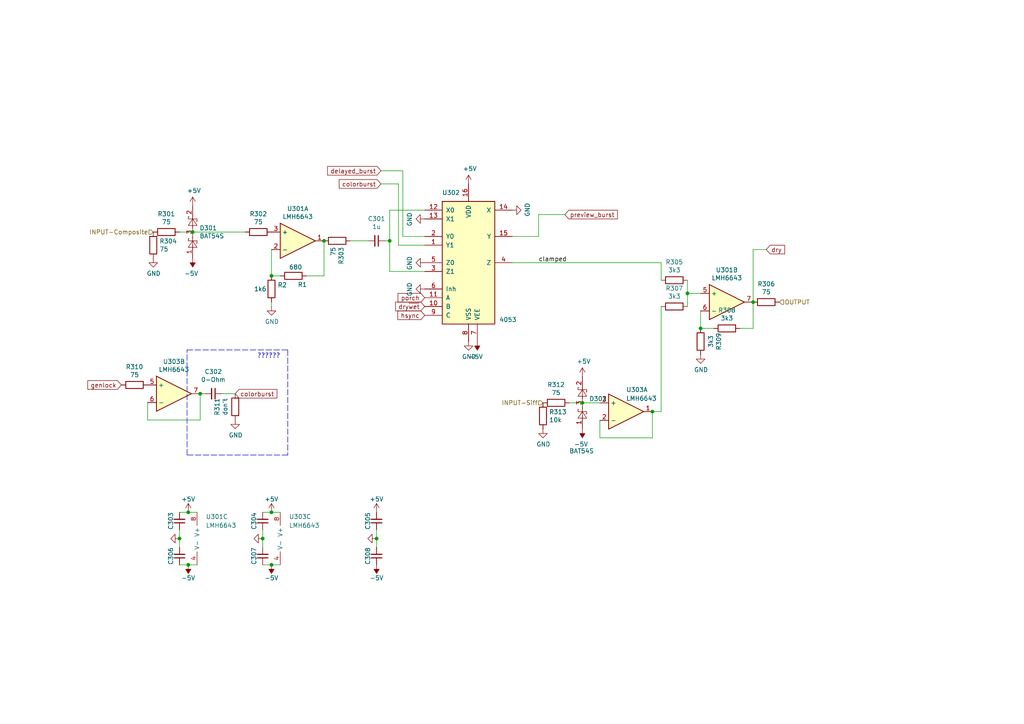
<source format=kicad_sch>
(kicad_sch (version 20211123) (generator eeschema)
  (paper "A4")
  (title_block (title "vMIX20-Input Conditioning") (date "2020-11-23") (company "[ a n y m a ]"))
  (lib_symbols
    (symbol "4xxx:4053" (pin_names (offset 1.016))
      (property "Reference" "U" (at -7.62 19.05 0))
      (property "Value" "4053" (at -7.62 -19.05 0))
      (symbol "4053_1_0"
        (pin passive line (at -12.7 5.08 0) (length 5.08) (name "Y1") (number "1"))
        (pin input line (at -12.7 -12.7 0) (length 5.08) (name "B") (number "10"))
        (pin input line (at -12.7 -10.16 0) (length 5.08) (name "A") (number "11"))
        (pin passive line (at -12.7 15.24 0) (length 5.08) (name "X0") (number "12"))
        (pin passive line (at -12.7 12.7 0) (length 5.08) (name "X1") (number "13"))
        (pin passive line (at 12.7 15.24 180) (length 5.08) (name "X") (number "14"))
        (pin passive line (at 12.7 7.62 180) (length 5.08) (name "Y") (number "15"))
        (pin power_in line (at 0 22.86 270) (length 5.08) (name "VDD") (number "16"))
        (pin passive line (at -12.7 7.62 0) (length 5.08) (name "Y0") (number "2"))
        (pin passive line (at -12.7 -2.54 0) (length 5.08) (name "Z1") (number "3"))
        (pin passive line (at 12.7 0 180) (length 5.08) (name "Z") (number "4"))
        (pin passive line (at -12.7 0 0) (length 5.08) (name "Z0") (number "5"))
        (pin input line (at -12.7 -7.62 0) (length 5.08) (name "Inh") (number "6"))
        (pin power_in line (at 2.54 -22.86 90) (length 5.08) (name "VEE") (number "7"))
        (pin power_in line (at 0 -22.86 90) (length 5.08) (name "VSS") (number "8"))
        (pin input line (at -12.7 -15.24 0) (length 5.08) (name "C") (number "9"))
      )
      (symbol "4053_1_1"
        (rectangle (start -7.62 17.78) (end 7.62 -17.78) (stroke (width 0.254)) (fill (type background)))
      )
    )
    (symbol "synkie_symbols:+5V" (power) (pin_names (offset 0))
      (property "Value" "+5V" (at 0 3.556 0))
      (symbol "+5V_0_1"
        (polyline (pts (xy -0.762 1.27) (xy 0 2.54)))
        (polyline (pts (xy 0 0) (xy 0 2.54)))
        (polyline (pts (xy 0 2.54) (xy 0.762 1.27)))
      )
      (symbol "+5V_1_1"
        (pin power_in line (at 0 0 90) (length 0) hide (name "+5V") (number "1"))
      )
    )
    (symbol "synkie_symbols:-5V" (power) (pin_names (offset 0))
      (property "Value" "-5V" (at 0 3.81 0))
      (symbol "-5V_0_0"
        (pin power_in line (at 0 0 90) (length 0) hide (name "-5V") (number "1"))
      )
      (symbol "-5V_0_1"
        (polyline (pts (xy 0 0) (xy 0 1.27) (xy 0.762 1.27) (xy 0 2.54) (xy -0.762 1.27) (xy 0 1.27)) (fill (type outline)))
      )
    )
    (symbol "synkie_symbols:BAT54S" (pin_names (offset 1.016))
      (property "Reference" "D" (at 0.635 -3.81 0))
      (property "Value" "BAT54S" (at -6.35 3.175 0))
      (symbol "BAT54S_0_1"
        (polyline (pts (xy -3.81 0) (xy -1.27 0)))
        (polyline (pts (xy -3.175 -1.27) (xy -3.175 -1.016)))
        (polyline (pts (xy -2.54 -1.27) (xy -3.175 -1.27)))
        (polyline (pts (xy -2.54 -1.27) (xy -2.54 1.27)))
        (polyline (pts (xy -2.54 1.27) (xy -1.905 1.27)))
        (polyline (pts (xy -1.905 0) (xy 1.905 0)))
        (polyline (pts (xy -1.905 1.27) (xy -1.905 1.016)))
        (polyline (pts (xy 1.27 0) (xy 3.81 0)))
        (polyline (pts (xy 3.175 -1.27) (xy 3.175 -1.016)))
        (polyline (pts (xy 3.81 -1.27) (xy 3.175 -1.27)))
        (polyline (pts (xy 3.81 -1.27) (xy 3.81 1.27)))
        (polyline (pts (xy 3.81 1.27) (xy 4.445 1.27)))
        (polyline (pts (xy 4.445 1.27) (xy 4.445 1.016)))
        (polyline (pts (xy -4.445 1.27) (xy -4.445 -1.27) (xy -2.54 0) (xy -4.445 1.27)))
        (polyline (pts (xy 1.905 1.27) (xy 1.905 -1.27) (xy 3.81 0) (xy 1.905 1.27)))
      )
      (symbol "BAT54S_1_1"
        (pin passive line (at -7.62 0 0) (length 3.81) (name "~") (number "1"))
        (pin passive line (at 7.62 0 180) (length 3.81) (name "~") (number "2"))
        (pin passive line (at 0 0 0) (length 0) (name "~") (number "3"))
      )
    )
    (symbol "synkie_symbols:C_Small" (pin_numbers hide) (pin_names (offset 0.254) hide)
      (property "Reference" "C" (at 0.254 1.778 0))
      (property "Value" "C_Small" (at 0.254 -2.032 0))
      (symbol "C_Small_0_1"
        (polyline (pts (xy -1.524 -0.508) (xy 1.524 -0.508)) (stroke (width 0.3302)))
        (polyline (pts (xy -1.524 0.508) (xy 1.524 0.508)) (stroke (width 0.3048)))
      )
      (symbol "C_Small_1_1"
        (pin passive line (at 0 2.54 270) (length 2.032) (name "~") (number "1"))
        (pin passive line (at 0 -2.54 90) (length 2.032) (name "~") (number "2"))
      )
    )
    (symbol "synkie_symbols:GND" (power) (pin_names (offset 0))
      (property "Value" "GND" (at 0 -3.81 0))
      (symbol "GND_0_1"
        (polyline (pts (xy 0 0) (xy 0 -1.27) (xy 1.27 -1.27) (xy 0 -2.54) (xy -1.27 -1.27) (xy 0 -1.27)))
      )
      (symbol "GND_1_1"
        (pin power_in line (at 0 0 270) (length 0) hide (name "GND") (number "1"))
      )
    )
    (symbol "synkie_symbols:Opamp_Dual_Generic"
      (property "Reference" "U" (at 0 5.08 0))
      (property "Value" "Opamp_Dual_Generic" (at 0 -5.08 0))
      (symbol "Opamp_Dual_Generic_1_1"
        (polyline (pts (xy -5.08 5.08) (xy 5.08 0) (xy -5.08 -5.08) (xy -5.08 5.08)) (stroke (width 0.254)) (fill (type background)))
        (pin output line (at 7.62 0 180) (length 2.54) (name "~") (number "1"))
        (pin input line (at -7.62 -2.54 0) (length 2.54) (name "-") (number "2"))
        (pin input line (at -7.62 2.54 0) (length 2.54) (name "+") (number "3"))
      )
      (symbol "Opamp_Dual_Generic_2_1"
        (polyline (pts (xy -5.08 5.08) (xy 5.08 0) (xy -5.08 -5.08) (xy -5.08 5.08)) (stroke (width 0.254)) (fill (type background)))
        (pin input line (at -7.62 2.54 0) (length 2.54) (name "+") (number "5"))
        (pin input line (at -7.62 -2.54 0) (length 2.54) (name "-") (number "6"))
        (pin output line (at 7.62 0 180) (length 2.54) (name "~") (number "7"))
      )
      (symbol "Opamp_Dual_Generic_3_1"
        (pin power_in line (at -2.54 -7.62 90) (length 3.81) (name "V-") (number "4"))
        (pin power_in line (at -2.54 7.62 270) (length 3.81) (name "V+") (number "8"))
      )
    )
    (symbol "synkie_symbols:R" (pin_numbers hide) (pin_names (offset 0))
      (property "Reference" "R" (at 2.032 0 90))
      (property "Value" "R" (at 0 0 90))
      (symbol "R_0_1"
        (rectangle (start -1.016 -2.54) (end 1.016 2.54) (stroke (width 0.254)))
      )
      (symbol "R_1_1"
        (pin passive line (at 0 3.81 270) (length 1.27) (name "~") (number "1"))
        (pin passive line (at 0 -3.81 90) (length 1.27) (name "~") (number "2"))
      )
    )
  )
  (junction (at 52.07 156.21))
  (junction (at 109.22 156.21))
  (junction (at 54.61 163.83))
  (junction (at 203.2 95.25))
  (junction (at 76.2 156.21))
  (junction (at 54.61 148.59))
  (junction (at 78.74 163.83))
  (junction (at 168.91 116.84))
  (junction (at 218.44 87.63))
  (junction (at 78.74 80.01))
  (junction (at 189.23 119.38))
  (junction (at 113.03 69.85))
  (junction (at 55.88 67.31))
  (junction (at 93.98 69.85))
  (junction (at 58.0644 114.1984))
  (junction (at 78.74 148.59))
  (junction (at 199.39 85.09))
  (wire (pts (xy 148.59 76.2) (xy 191.77 76.2)))
  (wire (pts (xy 116.84 49.53) (xy 110.49 49.53)))
  (wire (pts (xy 109.22 158.75) (xy 109.22 156.21)))
  (wire (pts (xy 76.2 163.83) (xy 78.74 163.83)))
  (wire (pts (xy 156.21 62.23) (xy 163.83 62.23)))
  (polyline (pts (xy 54.2544 131.9784) (xy 54.2544 101.4984)))
  (wire (pts (xy 218.44 95.25) (xy 218.44 87.63)))
  (wire (pts (xy 59.3344 114.1984) (xy 58.0644 114.1984)))
  (wire (pts (xy 123.19 68.58) (xy 116.84 68.58)))
  (wire (pts (xy 156.21 68.58) (xy 156.21 62.23)))
  (wire (pts (xy 78.74 87.63) (xy 78.74 88.9)))
  (wire (pts (xy 218.44 95.25) (xy 214.63 95.25)))
  (wire (pts (xy 115.57 71.12) (xy 123.19 71.12)))
  (wire (pts (xy 64.4144 114.1984) (xy 68.2244 114.1984)))
  (wire (pts (xy 203.2 95.25) (xy 207.01 95.25)))
  (wire (pts (xy 52.07 67.31) (xy 55.88 67.31)))
  (wire (pts (xy 116.84 68.58) (xy 116.84 49.53)))
  (wire (pts (xy 173.99 121.92) (xy 173.99 127)))
  (wire (pts (xy 93.98 69.85) (xy 93.98 80.01)))
  (wire (pts (xy 173.99 127) (xy 189.23 127)))
  (wire (pts (xy 78.74 80.01) (xy 81.28 80.01)))
  (wire (pts (xy 76.2 148.59) (xy 78.74 148.59)))
  (wire (pts (xy 218.44 72.39) (xy 222.25 72.39)))
  (wire (pts (xy 203.2 90.17) (xy 203.2 95.25)))
  (wire (pts (xy 78.74 163.83) (xy 81.28 163.83)))
  (wire (pts (xy 42.8244 121.8184) (xy 58.0644 121.8184)))
  (wire (pts (xy 165.1 116.84) (xy 168.91 116.84)))
  (wire (pts (xy 203.2 85.09) (xy 199.39 85.09)))
  (wire (pts (xy 218.44 87.63) (xy 218.44 72.39)))
  (wire (pts (xy 113.03 69.85) (xy 113.03 78.74)))
  (wire (pts (xy 55.88 67.31) (xy 71.12 67.31)))
  (wire (pts (xy 52.07 156.21) (xy 52.07 153.67)))
  (wire (pts (xy 199.39 85.09) (xy 199.39 81.28)))
  (wire (pts (xy 113.03 69.85) (xy 111.76 69.85)))
  (wire (pts (xy 191.77 76.2) (xy 191.77 81.28)))
  (polyline (pts (xy 83.4644 131.9784) (xy 54.2544 131.9784)))
  (wire (pts (xy 109.22 156.21) (xy 109.22 153.67)))
  (wire (pts (xy 113.03 60.96) (xy 123.19 60.96)))
  (wire (pts (xy 189.23 127) (xy 189.23 119.38)))
  (wire (pts (xy 113.03 78.74) (xy 123.19 78.74)))
  (wire (pts (xy 110.49 53.34) (xy 115.57 53.34)))
  (wire (pts (xy 191.77 88.9) (xy 191.77 119.38)))
  (wire (pts (xy 199.39 88.9) (xy 199.39 85.09)))
  (wire (pts (xy 76.2 158.75) (xy 76.2 156.21)))
  (wire (pts (xy 115.57 53.34) (xy 115.57 71.12)))
  (wire (pts (xy 52.07 148.59) (xy 54.61 148.59)))
  (wire (pts (xy 78.74 148.59) (xy 81.28 148.59)))
  (wire (pts (xy 54.61 148.59) (xy 57.15 148.59)))
  (polyline (pts (xy 54.2544 101.4984) (xy 83.4644 101.4984)))
  (wire (pts (xy 93.98 80.01) (xy 88.9 80.01)))
  (polyline (pts (xy 83.4644 101.4984) (xy 83.4644 131.9784)))
  (wire (pts (xy 54.61 163.83) (xy 57.15 163.83)))
  (wire (pts (xy 101.6 69.85) (xy 106.68 69.85)))
  (wire (pts (xy 76.2 156.21) (xy 76.2 153.67)))
  (wire (pts (xy 52.07 158.75) (xy 52.07 156.21)))
  (wire (pts (xy 78.74 72.39) (xy 78.74 80.01)))
  (wire (pts (xy 189.23 119.38) (xy 191.77 119.38)))
  (wire (pts (xy 42.8244 116.7384) (xy 42.8244 121.8184)))
  (wire (pts (xy 52.07 163.83) (xy 54.61 163.83)))
  (wire (pts (xy 113.03 60.96) (xy 113.03 69.85)))
  (wire (pts (xy 148.59 68.58) (xy 156.21 68.58)))
  (wire (pts (xy 173.99 116.84) (xy 168.91 116.84)))
  (wire (pts (xy 58.0644 121.8184) (xy 58.0644 114.1984)))
  (text "??????" (at 74.5744 104.0384 0) (effects (font (size 1.27 1.27)) (justify left bottom)))
  (label "clamped" (at 156.21 76.2 0))
  (global_label "dry" (shape input) (at 222.25 72.39 0) (property "Intersheet References" "${INTERSHEET_REFS}" (effects hide)))
  (global_label "hsync" (shape input) (at 123.19 91.44 180) (property "Intersheet References" "${INTERSHEET_REFS}" (effects hide)))
  (global_label "colorburst" (shape input) (at 110.49 53.34 180) (property "Intersheet References" "${INTERSHEET_REFS}" (effects hide)))
  (global_label "porch" (shape input) (at 123.19 86.36 180) (property "Intersheet References" "${INTERSHEET_REFS}" (effects hide)))
  (global_label "preview_burst" (shape input) (at 163.83 62.23 0) (property "Intersheet References" "${INTERSHEET_REFS}" (effects hide)))
  (global_label "delayed_burst" (shape input) (at 110.49 49.53 180) (property "Intersheet References" "${INTERSHEET_REFS}" (effects hide)))
  (global_label "colorburst" (shape input) (at 68.2244 114.1984 0) (property "Intersheet References" "${INTERSHEET_REFS}" (effects hide)))
  (global_label "dry~{wet}" (shape input) (at 123.19 88.9 180) (property "Intersheet References" "${INTERSHEET_REFS}" (effects hide)))
  (global_label "genlock" (shape input) (at 35.2044 111.6584 180) (property "Intersheet References" "${INTERSHEET_REFS}" (effects hide)))
  (hierarchical_label "OUTPUT" (shape input) (at 226.06 87.63 0))
  (hierarchical_label "INPUT-Composite" (shape input) (at 44.45 67.31 180))
  (hierarchical_label "INPUT-Siff" (shape input) (at 157.48 116.84 180))
  (symbol (lib_id "synkie_symbols:R") (at 44.45 71.12 180) (unit 1)
    (property "Reference" "R304" (at 46.228 69.9516 0) (effects (justify right)))
    (property "Value" "75" (at 46.228 72.263 0) (effects (justify right)))
    (property "Footprint" "synkie_footprints:R_0805_2012Metric_Pad1.15x1.40mm_HandSolder" (effects hide))
  )
  (symbol (lib_id "synkie_symbols:GND") (at 44.45 74.93 0) (unit 1)
    (property "Reference" "#PWR0305" (effects hide))
    (property "Value" "GND" (at 44.577 79.3242 0))
  )
  (symbol (lib_id "synkie_symbols:R") (at 48.26 67.31 90) (unit 1)
    (property "Reference" "R301" (at 48.26 62.0522 90))
    (property "Value" "75" (at 48.26 64.3636 90))
    (property "Footprint" "synkie_footprints:R_0805_2012Metric_Pad1.15x1.40mm_HandSolder" (effects hide))
  )
  (symbol (lib_id "synkie_symbols:BAT54S") (at 55.88 67.31 90) (unit 1)
    (property "Reference" "D301" (at 57.8612 66.1416 90) (effects (justify right)))
    (property "Value" "BAT54S" (at 57.8612 68.453 90) (effects (justify right)))
    (property "Footprint" "Package_TO_SOT_SMD:SOT-23" (effects hide))
    (property "Datasheet" "https://www.diodes.com/assets/Datasheets/ds11005.pdf" (effects hide))
  )
  (symbol (lib_id "synkie_symbols:+5V") (at 55.88 59.69 0) (unit 1)
    (property "Reference" "#PWR0302" (effects hide))
    (property "Value" "+5V" (at 56.261 55.2958 0))
  )
  (symbol (lib_id "synkie_symbols:-5V") (at 55.88 74.93 180) (unit 1)
    (property "Reference" "#PWR0306" (effects hide))
    (property "Value" "-5V" (at 55.499 79.3242 0))
  )
  (symbol (lib_id "synkie_symbols:R") (at 74.93 67.31 90) (unit 1)
    (property "Reference" "R302" (at 74.93 62.0522 90))
    (property "Value" "75" (at 74.93 64.3636 90))
    (property "Footprint" "synkie_footprints:R_0805_2012Metric_Pad1.15x1.40mm_HandSolder" (effects hide))
  )
  (symbol (lib_id "synkie_symbols:Opamp_Dual_Generic") (at 86.36 69.85 0) (unit 1)
    (property "Reference" "U301" (at 86.36 60.5282 0))
    (property "Value" "LMH6643" (at 86.36 62.8396 0))
    (property "Footprint" "synkie_footprints:SOIC-8_3.9x4.9mm_P1.27mm" (effects hide))
  )
  (symbol (lib_id "synkie_symbols:Opamp_Dual_Generic") (at 50.4444 114.1984 0) (unit 2)
    (property "Reference" "U303" (at 50.4444 104.8766 0))
    (property "Value" "LMH6643" (at 50.4444 107.188 0))
    (property "Footprint" "synkie_footprints:SOIC-8_3.9x4.9mm_P1.27mm" (effects hide))
  )
  (symbol (lib_id "synkie_symbols:GND") (at 148.59 60.96 90) (unit 1)
    (property "Reference" "#PWR0303" (effects hide))
    (property "Value" "GND" (at 152.9842 60.833 0))
  )
  (symbol (lib_id "synkie_symbols:+5V") (at 135.89 53.34 0) (unit 1)
    (property "Reference" "#PWR0301" (effects hide))
    (property "Value" "+5V" (at 136.271 48.9458 0))
  )
  (symbol (lib_id "synkie_symbols:GND") (at 135.89 99.06 0) (unit 1)
    (property "Reference" "#PWR0309" (effects hide))
    (property "Value" "GND" (at 136.017 103.4542 0))
  )
  (symbol (lib_id "synkie_symbols:-5V") (at 138.43 99.06 180) (unit 1)
    (property "Reference" "#PWR0310" (effects hide))
    (property "Value" "-5V" (at 138.049 103.4542 0))
  )
  (symbol (lib_id "synkie_symbols:GND") (at 123.19 83.82 270) (unit 1)
    (property "Reference" "#PWR0308" (effects hide))
    (property "Value" "GND" (at 118.7958 83.947 0))
  )
  (symbol (lib_id "synkie_symbols:GND") (at 123.19 63.5 270) (unit 1)
    (property "Reference" "#PWR0304" (effects hide))
    (property "Value" "GND" (at 118.7958 63.627 0))
  )
  (symbol (lib_id "synkie_symbols:R") (at 222.25 87.63 90) (unit 1)
    (property "Reference" "R306" (at 222.25 82.3722 90))
    (property "Value" "75" (at 222.25 84.6836 90))
    (property "Footprint" "synkie_footprints:R_0805_2012Metric_Pad1.15x1.40mm_HandSolder" (effects hide))
  )
  (symbol (lib_id "synkie_symbols:GND") (at 123.19 76.2 270) (unit 1)
    (property "Reference" "#PWR0307" (effects hide))
    (property "Value" "GND" (at 118.7958 76.327 0))
  )
  (symbol (lib_id "synkie_symbols:R") (at 68.2244 118.0084 180) (unit 1)
    (property "Reference" "R311" (at 62.9666 118.0084 90))
    (property "Value" "don't" (at 65.278 118.0084 90))
    (property "Footprint" "synkie_footprints:R_0805_2012Metric_Pad1.15x1.40mm_HandSolder" (effects hide))
  )
  (symbol (lib_id "synkie_symbols:GND") (at 68.2244 121.8184 0) (unit 1)
    (property "Reference" "#PWR0313" (effects hide))
    (property "Value" "GND" (at 68.3514 126.2126 0))
  )
  (symbol (lib_id "synkie_symbols:R") (at 97.79 69.85 270) (unit 1)
    (property "Reference" "R303" (at 98.9584 71.628 0) (effects (justify left)))
    (property "Value" "75" (at 96.647 71.628 0) (effects (justify left)))
    (property "Footprint" "synkie_footprints:R_0805_2012Metric_Pad1.15x1.40mm_HandSolder" (effects hide))
  )
  (symbol (lib_id "4xxx:4053") (at 135.89 76.2 0) (unit 1)
    (property "Reference" "U302" (at 130.81 55.88 0))
    (property "Value" "4053" (at 147.32 92.71 0))
    (property "Footprint" "Package_SO:SOIC-16_3.9x9.9mm_P1.27mm" (effects hide))
    (property "Datasheet" "http://www.intersil.com/content/dam/Intersil/documents/cd40/cd4051bms-52bms-53bms.pdf" (effects hide))
  )
  (symbol (lib_id "synkie_symbols:-5V") (at 168.91 124.46 180) (unit 1)
    (property "Reference" "#PWR0315" (effects hide))
    (property "Value" "-5V" (at 168.529 128.8542 0))
  )
  (symbol (lib_id "synkie_symbols:+5V") (at 168.91 109.22 0) (unit 1)
    (property "Reference" "#PWR0312" (effects hide))
    (property "Value" "+5V" (at 169.291 104.8258 0))
  )
  (symbol (lib_id "synkie_symbols:BAT54S") (at 168.91 116.84 90) (unit 1)
    (property "Reference" "D302" (at 170.8912 115.6716 90) (effects (justify right)))
    (property "Value" "BAT54S" (at 165.1 130.81 90) (effects (justify right)))
    (property "Footprint" "Package_TO_SOT_SMD:SOT-23" (effects hide))
    (property "Datasheet" "https://www.diodes.com/assets/Datasheets/ds11005.pdf" (effects hide))
  )
  (symbol (lib_id "synkie_symbols:R") (at 161.29 116.84 90) (unit 1)
    (property "Reference" "R312" (at 161.29 111.5822 90))
    (property "Value" "75" (at 161.29 113.8936 90))
    (property "Footprint" "synkie_footprints:R_0805_2012Metric_Pad1.15x1.40mm_HandSolder" (effects hide))
  )
  (symbol (lib_id "synkie_symbols:GND") (at 157.48 124.46 0) (unit 1)
    (property "Reference" "#PWR0314" (effects hide))
    (property "Value" "GND" (at 157.607 128.8542 0))
  )
  (symbol (lib_id "synkie_symbols:R") (at 157.48 120.65 180) (unit 1)
    (property "Reference" "R313" (at 159.258 119.4816 0) (effects (justify right)))
    (property "Value" "10k" (at 159.258 121.793 0) (effects (justify right)))
    (property "Footprint" "synkie_footprints:R_0805_2012Metric_Pad1.15x1.40mm_HandSolder" (effects hide))
  )
  (symbol (lib_id "synkie_symbols:Opamp_Dual_Generic") (at 210.82 87.63 0) (unit 2)
    (property "Reference" "U301" (at 210.82 78.3082 0))
    (property "Value" "LMH6643" (at 210.82 80.6196 0))
    (property "Footprint" "synkie_footprints:SOIC-8_3.9x4.9mm_P1.27mm" (effects hide))
  )
  (symbol (lib_id "synkie_symbols:R") (at 39.0144 111.6584 90) (unit 1)
    (property "Reference" "R310" (at 39.0144 106.4006 90))
    (property "Value" "75" (at 39.0144 108.712 90))
    (property "Footprint" "synkie_footprints:R_0805_2012Metric_Pad1.15x1.40mm_HandSolder" (effects hide))
  )
  (symbol (lib_id "synkie_symbols:R") (at 195.58 81.28 90) (unit 1)
    (property "Reference" "R305" (at 195.58 76.0222 90))
    (property "Value" "3k3" (at 195.58 78.3336 90))
    (property "Footprint" "synkie_footprints:R_0805_2012Metric_Pad1.15x1.40mm_HandSolder" (effects hide))
  )
  (symbol (lib_id "synkie_symbols:R") (at 195.58 88.9 90) (unit 1)
    (property "Reference" "R307" (at 195.58 83.6422 90))
    (property "Value" "3k3" (at 195.58 85.9536 90))
    (property "Footprint" "synkie_footprints:R_0805_2012Metric_Pad1.15x1.40mm_HandSolder" (effects hide))
  )
  (symbol (lib_id "synkie_symbols:R") (at 210.82 95.25 90) (unit 1)
    (property "Reference" "R308" (at 210.82 89.9922 90))
    (property "Value" "3k3" (at 210.82 92.3036 90))
    (property "Footprint" "synkie_footprints:R_0805_2012Metric_Pad1.15x1.40mm_HandSolder" (effects hide))
  )
  (symbol (lib_id "synkie_symbols:R") (at 203.2 99.06 0) (unit 1)
    (property "Reference" "R309" (at 208.4578 99.06 90))
    (property "Value" "3k3" (at 206.1464 99.06 90))
    (property "Footprint" "synkie_footprints:R_0805_2012Metric_Pad1.15x1.40mm_HandSolder" (effects hide))
  )
  (symbol (lib_id "synkie_symbols:GND") (at 203.2 102.87 0) (unit 1)
    (property "Reference" "#PWR0311" (effects hide))
    (property "Value" "GND" (at 203.327 107.2642 0))
  )
  (symbol (lib_id "synkie_symbols:Opamp_Dual_Generic") (at 181.61 119.38 0) (unit 1)
    (property "Reference" "U303" (at 181.61 113.03 0) (effects (justify left)))
    (property "Value" "LMH6643" (at 181.61 115.57 0) (effects (justify left)))
    (property "Footprint" "synkie_footprints:SOIC-8_3.9x4.9mm_P1.27mm" (effects hide))
  )
  (symbol (lib_id "synkie_symbols:C_Small") (at 61.8744 114.1984 270) (unit 1)
    (property "Reference" "C302" (at 61.8744 107.7976 90))
    (property "Value" "0-Ohm" (at 61.8744 110.109 90))
    (property "Footprint" "synkie_footprints:C_1206_3216Metric_Pad1.42x1.75mm_HandSolder" (effects hide))
  )
  (symbol (lib_id "synkie_symbols:C_Small") (at 109.22 69.85 270) (unit 1)
    (property "Reference" "C301" (at 109.22 63.4492 90))
    (property "Value" "1u" (at 109.22 65.7606 90))
    (property "Footprint" "synkie_footprints:C_0603_1608Metric_Pad1.05x0.95mm_HandSolder" (effects hide))
  )
  (symbol (lib_id "synkie_symbols:Opamp_Dual_Generic") (at 59.69 156.21 0) (unit 3)
    (property "Reference" "U301" (at 59.69 149.86 0) (effects (justify left)))
    (property "Value" "LMH6643" (at 59.69 152.4 0) (effects (justify left)))
    (property "Footprint" "synkie_footprints:SOIC-8_3.9x4.9mm_P1.27mm" (effects hide))
  )
  (symbol (lib_id "synkie_symbols:GND") (at 52.07 156.21 270) (unit 1)
    (property "Reference" "#PWR0319" (effects hide))
    (property "Value" "GND" (effects hide))
  )
  (symbol (lib_id "synkie_symbols:+5V") (at 54.61 148.59 0) (unit 1)
    (property "Reference" "#PWR0316" (effects hide))
    (property "Value" "+5V" (at 54.61 144.78 0))
  )
  (symbol (lib_id "synkie_symbols:-5V") (at 54.61 163.83 180) (unit 1)
    (property "Reference" "#PWR0322" (effects hide))
    (property "Value" "-5V" (at 54.61 167.64 0))
  )
  (symbol (lib_id "synkie_symbols:C_Small") (at 52.07 161.29 180) (unit 1)
    (property "Reference" "C306" (at 49.53 161.29 90))
    (property "Value" "100n" (effects hide))
    (property "Footprint" "synkie_footprints:C_0603_1608Metric_Pad1.05x0.95mm_HandSolder" (effects hide))
  )
  (symbol (lib_id "synkie_symbols:C_Small") (at 52.07 151.13 180) (unit 1)
    (property "Reference" "C303" (at 49.53 151.13 90))
    (property "Value" "100n" (effects hide))
    (property "Footprint" "synkie_footprints:C_0603_1608Metric_Pad1.05x0.95mm_HandSolder" (effects hide))
  )
  (symbol (lib_id "synkie_symbols:Opamp_Dual_Generic") (at 83.82 156.21 0) (unit 3)
    (property "Reference" "U303" (at 83.82 149.86 0) (effects (justify left)))
    (property "Value" "LMH6643" (at 83.82 152.4 0) (effects (justify left)))
    (property "Footprint" "synkie_footprints:SOIC-8_3.9x4.9mm_P1.27mm" (effects hide))
  )
  (symbol (lib_id "synkie_symbols:GND") (at 76.2 156.21 270) (unit 1)
    (property "Reference" "#PWR0320" (effects hide))
    (property "Value" "GND" (effects hide))
  )
  (symbol (lib_id "synkie_symbols:+5V") (at 78.74 148.59 0) (unit 1)
    (property "Reference" "#PWR0317" (effects hide))
    (property "Value" "+5V" (at 78.74 144.78 0))
  )
  (symbol (lib_id "synkie_symbols:-5V") (at 78.74 163.83 180) (unit 1)
    (property "Reference" "#PWR0323" (effects hide))
    (property "Value" "-5V" (at 78.74 167.64 0))
  )
  (symbol (lib_id "synkie_symbols:C_Small") (at 76.2 161.29 180) (unit 1)
    (property "Reference" "C307" (at 73.66 161.29 90))
    (property "Value" "100n" (effects hide))
    (property "Footprint" "synkie_footprints:C_0603_1608Metric_Pad1.05x0.95mm_HandSolder" (effects hide))
  )
  (symbol (lib_id "synkie_symbols:C_Small") (at 76.2 151.13 180) (unit 1)
    (property "Reference" "C304" (at 73.66 151.13 90))
    (property "Value" "100n" (effects hide))
    (property "Footprint" "synkie_footprints:C_0603_1608Metric_Pad1.05x0.95mm_HandSolder" (effects hide))
  )
  (symbol (lib_id "synkie_symbols:GND") (at 109.22 156.21 270) (unit 1)
    (property "Reference" "#PWR0321" (effects hide))
    (property "Value" "GND" (effects hide))
  )
  (symbol (lib_id "synkie_symbols:C_Small") (at 109.22 161.29 180) (unit 1)
    (property "Reference" "C308" (at 106.68 161.29 90))
    (property "Value" "100n" (effects hide))
    (property "Footprint" "synkie_footprints:C_0603_1608Metric_Pad1.05x0.95mm_HandSolder" (effects hide))
  )
  (symbol (lib_id "synkie_symbols:C_Small") (at 109.22 151.13 180) (unit 1)
    (property "Reference" "C305" (at 106.68 151.13 90))
    (property "Value" "100n" (effects hide))
    (property "Footprint" "synkie_footprints:C_0603_1608Metric_Pad1.05x0.95mm_HandSolder" (effects hide))
  )
  (symbol (lib_id "synkie_symbols:+5V") (at 109.22 148.59 0) (unit 1)
    (property "Reference" "#PWR0318" (effects hide))
    (property "Value" "+5V" (at 109.22 144.78 0))
  )
  (symbol (lib_id "synkie_symbols:-5V") (at 109.22 163.83 180) (unit 1)
    (property "Reference" "#PWR0324" (effects hide))
    (property "Value" "-5V" (at 109.22 167.64 0))
  )
  (symbol (lib_id "synkie_symbols:R") (at 85.09 80.01 270) (unit 1)
    (property "Reference" "R1" (at 86.36 82.55 90) (effects (justify left)))
    (property "Value" "680" (at 83.82 77.47 90) (effects (justify left)))
    (property "Footprint" "synkie_footprints:R_0805_2012Metric_Pad1.15x1.40mm_HandSolder" (effects hide))
  )
  (symbol (lib_id "synkie_symbols:R") (at 78.74 83.82 0) (unit 1)
    (property "Reference" "R2" (at 80.518 82.6516 0) (effects (justify left)))
    (property "Value" "1k6" (at 73.66 83.82 0) (effects (justify left)))
    (property "Footprint" "synkie_footprints:R_0805_2012Metric_Pad1.15x1.40mm_HandSolder" (effects hide))
  )
  (symbol (lib_id "synkie_symbols:GND") (at 78.74 88.9 0) (unit 1)
    (property "Reference" "#PWR0103" (effects hide))
    (property "Value" "GND" (at 78.867 93.2942 0))
  )
)
</source>
